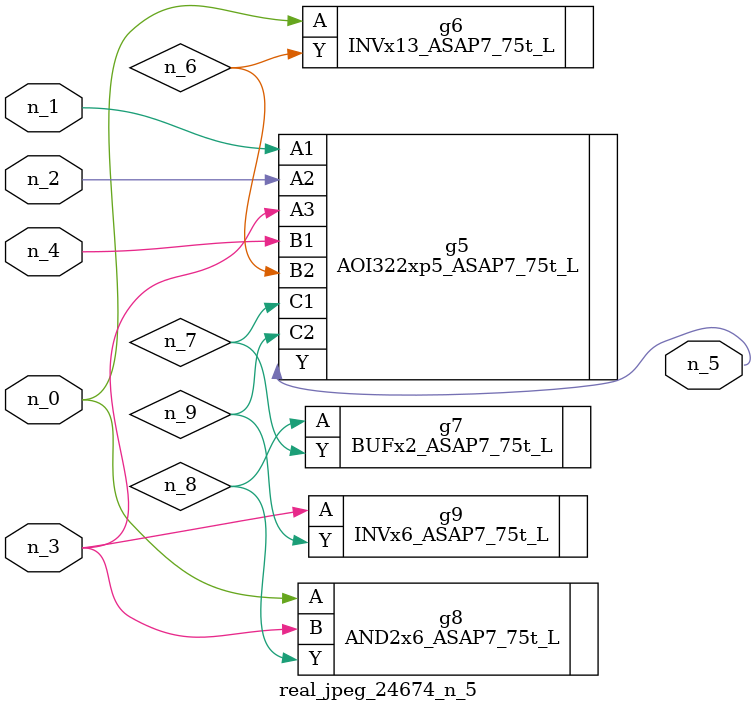
<source format=v>
module real_jpeg_24674_n_5 (n_4, n_0, n_1, n_2, n_3, n_5);

input n_4;
input n_0;
input n_1;
input n_2;
input n_3;

output n_5;

wire n_8;
wire n_6;
wire n_7;
wire n_9;

INVx13_ASAP7_75t_L g6 ( 
.A(n_0),
.Y(n_6)
);

AND2x6_ASAP7_75t_L g8 ( 
.A(n_0),
.B(n_3),
.Y(n_8)
);

AOI322xp5_ASAP7_75t_L g5 ( 
.A1(n_1),
.A2(n_2),
.A3(n_3),
.B1(n_4),
.B2(n_6),
.C1(n_7),
.C2(n_9),
.Y(n_5)
);

INVx6_ASAP7_75t_L g9 ( 
.A(n_3),
.Y(n_9)
);

BUFx2_ASAP7_75t_L g7 ( 
.A(n_8),
.Y(n_7)
);


endmodule
</source>
